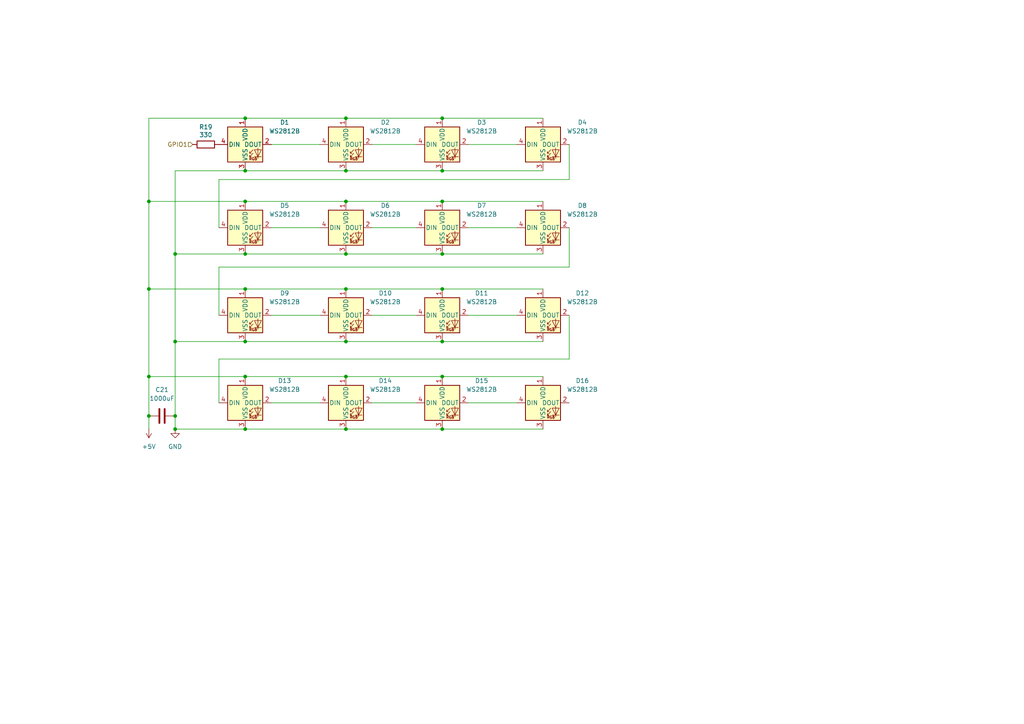
<source format=kicad_sch>
(kicad_sch (version 20250114) (generator "eeschema") (generator_version "9.0")
  (paper "A4")
  (lib_symbols
    (symbol "Device:C" (pin_numbers (hide yes)) (pin_names (offset 0.254))
      (property "Reference" "C" (at 0.635 2.54 0))
      (property "Value" "C" (at 0.635 -2.54 0))
      (symbol "C_0_1"
        (polyline (pts (xy -2.032 0.762) (xy 2.032 0.762)) (stroke (width 0.508)))
        (polyline (pts (xy -2.032 -0.762) (xy 2.032 -0.762)) (stroke (width 0.508)))
      )
      (symbol "C_1_1"
        (pin passive line (at 0 3.81 270) (length 2.794) (name "~") (number "1"))
        (pin passive line (at 0 -3.81 90) (length 2.794) (name "~") (number "2"))
      )
    )
    (symbol "Device:R" (pin_numbers (hide yes)) (pin_names (offset 0))
      (property "Reference" "R" (at 2.032 0 90))
      (property "Value" "R" (at 0 0 90))
      (symbol "R_0_1"
        (rectangle (start -1.016 -2.54) (end 1.016 2.54) (stroke (width 0.254)))
      )
      (symbol "R_1_1"
        (pin passive line (at 0 3.81 270) (length 1.27) (name "~") (number "1"))
        (pin passive line (at 0 -3.81 90) (length 1.27) (name "~") (number "2"))
      )
    )
    (symbol "LED:WS2812B" (pin_names (offset 0.254))
      (property "Reference" "D" (at 5.08 5.715 0))
      (property "Value" "WS2812B" (at 1.27 -5.715 0))
      (symbol "WS2812B_0_0"
        (text "RGB" (at 2.286 -4.191 0) (effects (font (size 0.762 0.762))))
      )
      (symbol "WS2812B_0_1"
        (polyline (pts (xy 1.27 -2.54) (xy 1.778 -2.54)))
        (polyline (pts (xy 1.27 -3.556) (xy 1.778 -3.556)))
        (polyline (pts (xy 2.286 -1.524) (xy 1.27 -2.54) (xy 1.27 -2.032)))
        (polyline (pts (xy 2.286 -2.54) (xy 1.27 -3.556) (xy 1.27 -3.048)))
        (polyline (pts (xy 3.683 -1.016) (xy 3.683 -3.556) (xy 3.683 -4.064)))
        (polyline (pts (xy 4.699 -1.524) (xy 2.667 -1.524) (xy 3.683 -3.556) (xy 4.699 -1.524)))
        (polyline (pts (xy 4.699 -3.556) (xy 2.667 -3.556)))
        (rectangle (start 5.08 5.08) (end -5.08 -5.08) (stroke (width 0.254)) (fill (type background)))
      )
      (symbol "WS2812B_1_1"
        (pin input line (at -7.62 0 0) (length 2.54) (name "DIN") (number "4"))
        (pin power_in line (at 0 7.62 270) (length 2.54) (name "VDD") (number "1"))
        (pin power_in line (at 0 -7.62 90) (length 2.54) (name "VSS") (number "3"))
        (pin output line (at 7.62 0 180) (length 2.54) (name "DOUT") (number "2"))
      )
    )
    (symbol "power:+5V" (power) (pin_numbers (hide yes)) (pin_names (offset 0) (hide yes))
      (property "Value" "+5V" (at 0 3.556 0))
      (symbol "+5V_0_1"
        (polyline (pts (xy -0.762 1.27) (xy 0 2.54)))
        (polyline (pts (xy 0 2.54) (xy 0.762 1.27)))
        (polyline (pts (xy 0 0) (xy 0 2.54)))
      )
      (symbol "+5V_1_1"
        (pin power_in line (at 0 0 90) (length 0) (name "~") (number "1"))
      )
    )
    (symbol "power:GND" (power) (pin_numbers (hide yes)) (pin_names (offset 0) (hide yes))
      (property "Value" "GND" (at 0 -3.81 0))
      (symbol "GND_0_1"
        (polyline (pts (xy 0 0) (xy 0 -1.27) (xy 1.27 -1.27) (xy 0 -2.54) (xy -1.27 -1.27) (xy 0 -1.27)))
      )
      (symbol "GND_1_1"
        (pin power_in line (at 0 0 270) (length 0) (name "~") (number "1"))
      )
    )
  )
  (junction (at 71.12 58.42))
  (junction (at 100.33 109.22))
  (junction (at 50.8 124.46))
  (junction (at 100.33 99.06))
  (junction (at 128.27 34.29))
  (junction (at 43.18 83.82))
  (junction (at 43.18 109.22))
  (junction (at 50.8 120.65))
  (junction (at 71.12 99.06))
  (junction (at 71.12 34.29))
  (junction (at 128.27 49.53))
  (junction (at 100.33 49.53))
  (junction (at 71.12 109.22))
  (junction (at 100.33 124.46))
  (junction (at 100.33 58.42))
  (junction (at 71.12 83.82))
  (junction (at 128.27 99.06))
  (junction (at 100.33 34.29))
  (junction (at 128.27 83.82))
  (junction (at 71.12 73.66))
  (junction (at 71.12 49.53))
  (junction (at 71.12 124.46))
  (junction (at 128.27 109.22))
  (junction (at 128.27 124.46))
  (junction (at 50.8 73.66))
  (junction (at 100.33 83.82))
  (junction (at 100.33 73.66))
  (junction (at 50.8 99.06))
  (junction (at 128.27 73.66))
  (junction (at 128.27 58.42))
  (junction (at 43.18 120.65))
  (junction (at 43.18 58.42))
  (wire (pts (xy 78.74 116.84) (xy 92.71 116.84)))
  (wire (pts (xy 100.33 34.29) (xy 71.12 34.29)))
  (wire (pts (xy 78.74 41.91) (xy 92.71 41.91)))
  (wire (pts (xy 100.33 73.66) (xy 71.12 73.66)))
  (wire (pts (xy 43.18 58.42) (xy 43.18 83.82)))
  (wire (pts (xy 71.12 73.66) (xy 50.8 73.66)))
  (wire (pts (xy 100.33 124.46) (xy 128.27 124.46)))
  (wire (pts (xy 78.74 91.44) (xy 92.71 91.44)))
  (wire (pts (xy 157.48 109.22) (xy 128.27 109.22)))
  (wire (pts (xy 43.18 34.29) (xy 43.18 58.42)))
  (wire (pts (xy 157.48 99.06) (xy 128.27 99.06)))
  (wire (pts (xy 165.1 66.04) (xy 165.1 77.47)))
  (wire (pts (xy 43.18 120.65) (xy 43.18 124.46)))
  (wire (pts (xy 165.1 77.47) (xy 63.5 77.47)))
  (wire (pts (xy 107.95 116.84) (xy 120.65 116.84)))
  (wire (pts (xy 50.8 99.06) (xy 50.8 120.65)))
  (wire (pts (xy 165.1 41.91) (xy 165.1 52.07)))
  (wire (pts (xy 128.27 49.53) (xy 100.33 49.53)))
  (wire (pts (xy 43.18 58.42) (xy 71.12 58.42)))
  (wire (pts (xy 100.33 83.82) (xy 71.12 83.82)))
  (wire (pts (xy 63.5 104.14) (xy 63.5 116.84)))
  (wire (pts (xy 135.89 116.84) (xy 149.86 116.84)))
  (wire (pts (xy 71.12 124.46) (xy 100.33 124.46)))
  (wire (pts (xy 50.8 73.66) (xy 50.8 99.06)))
  (wire (pts (xy 165.1 52.07) (xy 63.5 52.07)))
  (wire (pts (xy 157.48 49.53) (xy 128.27 49.53)))
  (wire (pts (xy 107.95 66.04) (xy 120.65 66.04)))
  (wire (pts (xy 100.33 99.06) (xy 71.12 99.06)))
  (wire (pts (xy 157.48 73.66) (xy 128.27 73.66)))
  (wire (pts (xy 135.89 66.04) (xy 149.86 66.04)))
  (wire (pts (xy 128.27 109.22) (xy 100.33 109.22)))
  (wire (pts (xy 100.33 49.53) (xy 71.12 49.53)))
  (wire (pts (xy 71.12 49.53) (xy 50.8 49.53)))
  (wire (pts (xy 107.95 91.44) (xy 120.65 91.44)))
  (wire (pts (xy 50.8 124.46) (xy 71.12 124.46)))
  (wire (pts (xy 128.27 34.29) (xy 100.33 34.29)))
  (wire (pts (xy 128.27 124.46) (xy 157.48 124.46)))
  (wire (pts (xy 135.89 41.91) (xy 149.86 41.91)))
  (wire (pts (xy 128.27 58.42) (xy 100.33 58.42)))
  (wire (pts (xy 157.48 83.82) (xy 128.27 83.82)))
  (wire (pts (xy 71.12 99.06) (xy 50.8 99.06)))
  (wire (pts (xy 50.8 120.65) (xy 50.8 124.46)))
  (wire (pts (xy 71.12 109.22) (xy 43.18 109.22)))
  (wire (pts (xy 128.27 99.06) (xy 100.33 99.06)))
  (wire (pts (xy 43.18 83.82) (xy 71.12 83.82)))
  (wire (pts (xy 157.48 34.29) (xy 128.27 34.29)))
  (wire (pts (xy 100.33 109.22) (xy 71.12 109.22)))
  (wire (pts (xy 135.89 91.44) (xy 149.86 91.44)))
  (wire (pts (xy 128.27 73.66) (xy 100.33 73.66)))
  (wire (pts (xy 165.1 104.14) (xy 63.5 104.14)))
  (wire (pts (xy 157.48 58.42) (xy 128.27 58.42)))
  (wire (pts (xy 100.33 58.42) (xy 71.12 58.42)))
  (wire (pts (xy 43.18 83.82) (xy 43.18 109.22)))
  (wire (pts (xy 63.5 52.07) (xy 63.5 66.04)))
  (wire (pts (xy 78.74 66.04) (xy 92.71 66.04)))
  (wire (pts (xy 63.5 77.47) (xy 63.5 91.44)))
  (wire (pts (xy 165.1 91.44) (xy 165.1 104.14)))
  (wire (pts (xy 128.27 83.82) (xy 100.33 83.82)))
  (wire (pts (xy 71.12 34.29) (xy 43.18 34.29)))
  (wire (pts (xy 50.8 49.53) (xy 50.8 73.66)))
  (wire (pts (xy 107.95 41.91) (xy 120.65 41.91)))
  (wire (pts (xy 43.18 109.22) (xy 43.18 120.65)))
  (hierarchical_label "GPIO1" (shape input) (at 55.88 41.91 180))
  (symbol (lib_id "LED:WS2812B") (at 128.27 66.04 0) (unit 1)
    (property "Reference" "D7" (at 139.7 59.6198 0))
    (property "Value" "WS2812B" (at 139.7 62.1598 0))
    (property "Footprint" "LED_SMD:LED_WS2812B_PLCC4_5.0x5.0mm_P3.2mm" (effects (hide yes)))
    (property "Datasheet" "https://cdn-shop.adafruit.com/datasheets/WS2812B.pdf" (effects (hide yes)))
    (property "Description" "RGB LED with integrated controller" (effects (hide yes)))
  )
  (symbol (lib_id "power:GND") (at 50.8 124.46 0) (unit 1)
    (property "Reference" "#PWR067" (effects (hide yes)))
    (property "Value" "GND" (at 50.8 129.54 0))
    (property "Description" "Power symbol creates a global label with name \"GND\" , ground" (effects (hide yes)))
  )
  (symbol (lib_id "LED:WS2812B") (at 128.27 41.91 0) (unit 1)
    (property "Reference" "D3" (at 139.7 35.4898 0))
    (property "Value" "WS2812B" (at 139.7 38.0298 0))
    (property "Footprint" "LED_SMD:LED_WS2812B_PLCC4_5.0x5.0mm_P3.2mm" (effects (hide yes)))
    (property "Datasheet" "https://cdn-shop.adafruit.com/datasheets/WS2812B.pdf" (effects (hide yes)))
    (property "Description" "RGB LED with integrated controller" (effects (hide yes)))
  )
  (symbol (lib_id "LED:WS2812B") (at 157.48 116.84 0) (unit 1)
    (property "Reference" "D16" (at 168.91 110.4198 0))
    (property "Value" "WS2812B" (at 168.91 112.9598 0))
    (property "Footprint" "LED_SMD:LED_WS2812B_PLCC4_5.0x5.0mm_P3.2mm" (effects (hide yes)))
    (property "Datasheet" "https://cdn-shop.adafruit.com/datasheets/WS2812B.pdf" (effects (hide yes)))
    (property "Description" "RGB LED with integrated controller" (effects (hide yes)))
  )
  (symbol (lib_id "LED:WS2812B") (at 128.27 91.44 0) (unit 1)
    (property "Reference" "D11" (at 139.7 85.0198 0))
    (property "Value" "WS2812B" (at 139.7 87.5598 0))
    (property "Footprint" "LED_SMD:LED_WS2812B_PLCC4_5.0x5.0mm_P3.2mm" (effects (hide yes)))
    (property "Datasheet" "https://cdn-shop.adafruit.com/datasheets/WS2812B.pdf" (effects (hide yes)))
    (property "Description" "RGB LED with integrated controller" (effects (hide yes)))
  )
  (symbol (lib_id "power:+5V") (at 43.18 124.46 180) (unit 1)
    (property "Reference" "#PWR068" (effects (hide yes)))
    (property "Value" "+5V" (at 43.18 129.54 0))
    (property "Description" "Power symbol creates a global label with name \"+5V\"" (effects (hide yes)))
  )
  (symbol (lib_id "LED:WS2812B") (at 128.27 116.84 0) (unit 1)
    (property "Reference" "D15" (at 139.7 110.4198 0))
    (property "Value" "WS2812B" (at 139.7 112.9598 0))
    (property "Footprint" "LED_SMD:LED_WS2812B_PLCC4_5.0x5.0mm_P3.2mm" (effects (hide yes)))
    (property "Datasheet" "https://cdn-shop.adafruit.com/datasheets/WS2812B.pdf" (effects (hide yes)))
    (property "Description" "RGB LED with integrated controller" (effects (hide yes)))
  )
  (symbol (lib_id "LED:WS2812B") (at 71.12 66.04 0) (unit 1)
    (property "Reference" "D5" (at 82.55 59.6198 0))
    (property "Value" "WS2812B" (at 82.55 62.1598 0))
    (property "Footprint" "LED_SMD:LED_WS2812B_PLCC4_5.0x5.0mm_P3.2mm" (effects (hide yes)))
    (property "Datasheet" "https://cdn-shop.adafruit.com/datasheets/WS2812B.pdf" (effects (hide yes)))
    (property "Description" "RGB LED with integrated controller" (effects (hide yes)))
  )
  (symbol (lib_id "LED:WS2812B") (at 71.12 41.91 0) (unit 1)
    (property "Reference" "D1" (at 82.55 35.4898 0))
    (property "Value" "WS2812B" (at 82.55 38.0298 0))
    (property "Footprint" "LED_SMD:LED_WS2812B_PLCC4_5.0x5.0mm_P3.2mm" (effects (hide yes)))
    (property "Datasheet" "https://cdn-shop.adafruit.com/datasheets/WS2812B.pdf" (effects (hide yes)))
    (property "Description" "RGB LED with integrated controller" (effects (hide yes)))
  )
  (symbol (lib_id "LED:WS2812B") (at 157.48 41.91 0) (unit 1)
    (property "Reference" "D4" (at 168.91 35.4898 0))
    (property "Value" "WS2812B" (at 168.91 38.0298 0))
    (property "Footprint" "LED_SMD:LED_WS2812B_PLCC4_5.0x5.0mm_P3.2mm" (effects (hide yes)))
    (property "Datasheet" "https://cdn-shop.adafruit.com/datasheets/WS2812B.pdf" (effects (hide yes)))
    (property "Description" "RGB LED with integrated controller" (effects (hide yes)))
  )
  (symbol (lib_id "LED:WS2812B") (at 100.33 91.44 0) (unit 1)
    (property "Reference" "D10" (at 111.76 85.0198 0))
    (property "Value" "WS2812B" (at 111.76 87.5598 0))
    (property "Footprint" "LED_SMD:LED_WS2812B_PLCC4_5.0x5.0mm_P3.2mm" (effects (hide yes)))
    (property "Datasheet" "https://cdn-shop.adafruit.com/datasheets/WS2812B.pdf" (effects (hide yes)))
    (property "Description" "RGB LED with integrated controller" (effects (hide yes)))
  )
  (symbol (lib_id "Device:C") (at 46.99 120.65 90) (unit 1)
    (property "Reference" "C21" (at 46.99 113.03 90))
    (property "Value" "1000uF" (at 46.99 115.57 90))
    (property "Footprint" "Capacitor_SMD:C_0402_1005Metric_Pad0.74x0.62mm_HandSolder" (effects (hide yes)))
    (property "Description" "Unpolarized capacitor" (effects (hide yes)))
  )
  (symbol (lib_id "LED:WS2812B") (at 157.48 66.04 0) (unit 1)
    (property "Reference" "D8" (at 168.91 59.6198 0))
    (property "Value" "WS2812B" (at 168.91 62.1598 0))
    (property "Footprint" "LED_SMD:LED_WS2812B_PLCC4_5.0x5.0mm_P3.2mm" (effects (hide yes)))
    (property "Datasheet" "https://cdn-shop.adafruit.com/datasheets/WS2812B.pdf" (effects (hide yes)))
    (property "Description" "RGB LED with integrated controller" (effects (hide yes)))
  )
  (symbol (lib_id "LED:WS2812B") (at 71.12 91.44 0) (unit 1)
    (property "Reference" "D9" (at 82.55 85.0198 0))
    (property "Value" "WS2812B" (at 82.55 87.5598 0))
    (property "Footprint" "LED_SMD:LED_WS2812B_PLCC4_5.0x5.0mm_P3.2mm" (effects (hide yes)))
    (property "Datasheet" "https://cdn-shop.adafruit.com/datasheets/WS2812B.pdf" (effects (hide yes)))
    (property "Description" "RGB LED with integrated controller" (effects (hide yes)))
  )
  (symbol (lib_id "LED:WS2812B") (at 71.12 116.84 0) (unit 1)
    (property "Reference" "D13" (at 82.55 110.4198 0))
    (property "Value" "WS2812B" (at 82.55 112.9598 0))
    (property "Footprint" "LED_SMD:LED_WS2812B_PLCC4_5.0x5.0mm_P3.2mm" (effects (hide yes)))
    (property "Datasheet" "https://cdn-shop.adafruit.com/datasheets/WS2812B.pdf" (effects (hide yes)))
    (property "Description" "RGB LED with integrated controller" (effects (hide yes)))
  )
  (symbol (lib_id "LED:WS2812B") (at 100.33 66.04 0) (unit 1)
    (property "Reference" "D6" (at 111.76 59.6198 0))
    (property "Value" "WS2812B" (at 111.76 62.1598 0))
    (property "Footprint" "LED_SMD:LED_WS2812B_PLCC4_5.0x5.0mm_P3.2mm" (effects (hide yes)))
    (property "Datasheet" "https://cdn-shop.adafruit.com/datasheets/WS2812B.pdf" (effects (hide yes)))
    (property "Description" "RGB LED with integrated controller" (effects (hide yes)))
  )
  (symbol (lib_id "LED:WS2812B") (at 100.33 116.84 0) (unit 1)
    (property "Reference" "D14" (at 111.76 110.4198 0))
    (property "Value" "WS2812B" (at 111.76 112.9598 0))
    (property "Footprint" "LED_SMD:LED_WS2812B_PLCC4_5.0x5.0mm_P3.2mm" (effects (hide yes)))
    (property "Datasheet" "https://cdn-shop.adafruit.com/datasheets/WS2812B.pdf" (effects (hide yes)))
    (property "Description" "RGB LED with integrated controller" (effects (hide yes)))
  )
  (symbol (lib_id "LED:WS2812B") (at 157.48 91.44 0) (unit 1)
    (property "Reference" "D12" (at 168.91 85.0198 0))
    (property "Value" "WS2812B" (at 168.91 87.5598 0))
    (property "Footprint" "LED_SMD:LED_WS2812B_PLCC4_5.0x5.0mm_P3.2mm" (effects (hide yes)))
    (property "Datasheet" "https://cdn-shop.adafruit.com/datasheets/WS2812B.pdf" (effects (hide yes)))
    (property "Description" "RGB LED with integrated controller" (effects (hide yes)))
  )
  (symbol (lib_id "LED:WS2812B") (at 100.33 41.91 0) (unit 1)
    (property "Reference" "D2" (at 111.76 35.4898 0))
    (property "Value" "WS2812B" (at 111.76 38.0298 0))
    (property "Footprint" "LED_SMD:LED_WS2812B_PLCC4_5.0x5.0mm_P3.2mm" (effects (hide yes)))
    (property "Datasheet" "https://cdn-shop.adafruit.com/datasheets/WS2812B.pdf" (effects (hide yes)))
    (property "Description" "RGB LED with integrated controller" (effects (hide yes)))
  )
  (symbol (lib_id "Device:R") (at 59.69 41.91 90) (unit 1)
    (property "Reference" "R19" (at 59.69 36.83 90))
    (property "Value" "330" (at 59.69 39.116 90))
    (property "Footprint" "Resistor_SMD:R_0402_1005Metric_Pad0.72x0.64mm_HandSolder" (effects (hide yes)))
    (property "Description" "Resistor" (effects (hide yes)))
  )
)
</source>
